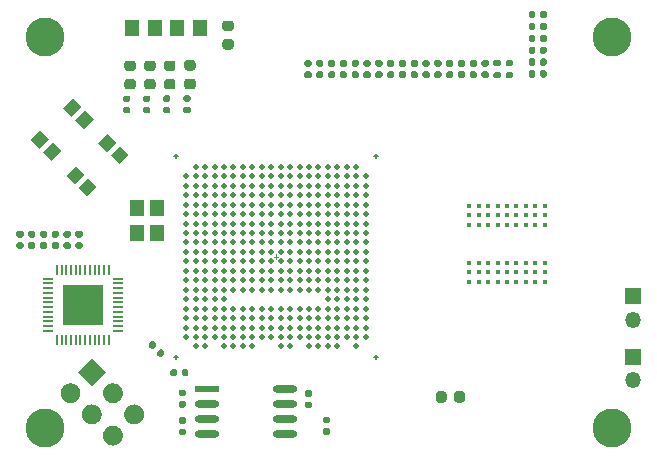
<source format=gts>
G04 #@! TF.GenerationSoftware,KiCad,Pcbnew,5.1.9+dfsg1-1~bpo10+1*
G04 #@! TF.CreationDate,2021-11-14T15:52:16+01:00*
G04 #@! TF.ProjectId,ulx4m,756c7834-6d2e-46b6-9963-61645f706362,v0.0.2*
G04 #@! TF.SameCoordinates,Original*
G04 #@! TF.FileFunction,Soldermask,Top*
G04 #@! TF.FilePolarity,Negative*
%FSLAX46Y46*%
G04 Gerber Fmt 4.6, Leading zero omitted, Abs format (unit mm)*
G04 Created by KiCad (PCBNEW 5.1.9+dfsg1-1~bpo10+1) date 2021-11-14 15:52:16*
%MOMM*%
%LPD*%
G01*
G04 APERTURE LIST*
%ADD10C,0.120000*%
%ADD11C,0.400000*%
%ADD12C,3.300000*%
%ADD13C,0.500000*%
%ADD14O,0.127000X0.508000*%
%ADD15O,0.508000X0.127000*%
%ADD16R,2.100000X0.600000*%
%ADD17O,2.100000X0.600000*%
%ADD18R,1.295000X1.400000*%
%ADD19R,1.200000X1.400000*%
%ADD20C,0.100000*%
%ADD21O,1.350000X1.350000*%
%ADD22R,1.350000X1.350000*%
%ADD23R,0.850000X0.200000*%
%ADD24R,0.200000X0.850000*%
%ADD25R,3.400000X3.400000*%
G04 APERTURE END LIST*
D10*
X117210000Y-94050000D02*
X117210000Y-94450000D01*
X117010000Y-94250000D02*
X117410000Y-94250000D01*
G36*
G01*
X121330000Y-108760000D02*
X121670000Y-108760000D01*
G75*
G02*
X121810000Y-108900000I0J-140000D01*
G01*
X121810000Y-109180000D01*
G75*
G02*
X121670000Y-109320000I-140000J0D01*
G01*
X121330000Y-109320000D01*
G75*
G02*
X121190000Y-109180000I0J140000D01*
G01*
X121190000Y-108900000D01*
G75*
G02*
X121330000Y-108760000I140000J0D01*
G01*
G37*
G36*
G01*
X121330000Y-107800000D02*
X121670000Y-107800000D01*
G75*
G02*
X121810000Y-107940000I0J-140000D01*
G01*
X121810000Y-108220000D01*
G75*
G02*
X121670000Y-108360000I-140000J0D01*
G01*
X121330000Y-108360000D01*
G75*
G02*
X121190000Y-108220000I0J140000D01*
G01*
X121190000Y-107940000D01*
G75*
G02*
X121330000Y-107800000I140000J0D01*
G01*
G37*
D11*
X139970000Y-89955001D03*
X139170000Y-89955001D03*
X138370000Y-89955001D03*
X137570000Y-89955001D03*
X136770000Y-89955001D03*
X136770000Y-90755001D03*
X136770000Y-91555001D03*
X136770000Y-94755001D03*
X136770000Y-95555001D03*
X136770000Y-96355001D03*
X137570000Y-96355001D03*
X138370000Y-96355001D03*
X139170000Y-96355001D03*
X139970000Y-96355001D03*
X139970000Y-91555001D03*
X139170000Y-91555001D03*
X139170000Y-94755001D03*
X139970000Y-94755001D03*
X139970000Y-90755001D03*
X139170000Y-90755001D03*
X138370000Y-90755001D03*
X137570000Y-90755001D03*
X137570000Y-91555001D03*
X138370000Y-91555001D03*
X138370000Y-94755001D03*
X137570000Y-94755001D03*
X137570000Y-95555001D03*
X138370000Y-95555001D03*
X139170000Y-95555001D03*
X139970000Y-95555001D03*
X135970000Y-89955001D03*
X135970000Y-90755001D03*
X135970000Y-91555001D03*
X135970000Y-94755001D03*
X135970000Y-95555001D03*
X135970000Y-96355001D03*
X135170000Y-89955001D03*
X135170000Y-90755001D03*
X135170000Y-91555001D03*
X135170000Y-94755001D03*
X135170000Y-95555001D03*
X135170000Y-96355001D03*
X134370000Y-89955001D03*
X134370000Y-90755001D03*
X134370000Y-91555001D03*
X134370000Y-94755001D03*
X134370000Y-95555001D03*
X134370000Y-96355001D03*
X133570000Y-89955001D03*
X133570000Y-90755001D03*
X133570000Y-91555001D03*
X133570000Y-94755001D03*
X133570000Y-95555001D03*
X133570000Y-96355001D03*
D12*
X97620000Y-75644999D03*
X145620000Y-75645000D03*
X145620000Y-108720000D03*
X97619999Y-108723599D03*
D13*
X124010000Y-101850000D03*
X122410000Y-101850000D03*
X121610000Y-101850000D03*
X120810000Y-101850000D03*
X120010000Y-101850000D03*
X118410000Y-101850000D03*
X117610000Y-101850000D03*
X115210000Y-101850000D03*
X114410000Y-101850000D03*
X113610000Y-101850000D03*
X112810000Y-101850000D03*
X111210000Y-101850000D03*
X110410000Y-101850000D03*
X124810000Y-101050000D03*
X124010000Y-101050000D03*
X123210000Y-101050000D03*
X122410000Y-101050000D03*
X121610000Y-101050000D03*
X120810000Y-101050000D03*
X120010000Y-101050000D03*
X119210000Y-101050000D03*
X118410000Y-101050000D03*
X117610000Y-101050000D03*
X116810000Y-101050000D03*
X116010000Y-101050000D03*
X115210000Y-101050000D03*
X114410000Y-101050000D03*
X113610000Y-101050000D03*
X112810000Y-101050000D03*
X112010000Y-101050000D03*
X111210000Y-101050000D03*
X110410000Y-101050000D03*
X109610000Y-101050000D03*
X124810000Y-100250000D03*
X124010000Y-100250000D03*
X123210000Y-100250000D03*
X122410000Y-100250000D03*
X121610000Y-100250000D03*
X120810000Y-100250000D03*
X120010000Y-100250000D03*
X119210000Y-100250000D03*
X118410000Y-100250000D03*
X117610000Y-100250000D03*
X116810000Y-100250000D03*
X116010000Y-100250000D03*
X115210000Y-100250000D03*
X114410000Y-100250000D03*
X113610000Y-100250000D03*
X112810000Y-100250000D03*
X112010000Y-100250000D03*
X111210000Y-100250000D03*
X110410000Y-100250000D03*
X109610000Y-100250000D03*
X124810000Y-99450000D03*
X124010000Y-99450000D03*
X123210000Y-99450000D03*
X122410000Y-99450000D03*
X121610000Y-99450000D03*
X120810000Y-99450000D03*
X120010000Y-99450000D03*
X119210000Y-99450000D03*
X118410000Y-99450000D03*
X117610000Y-99450000D03*
X116810000Y-99450000D03*
X116010000Y-99450000D03*
X115210000Y-99450000D03*
X114410000Y-99450000D03*
X113610000Y-99450000D03*
X112810000Y-99450000D03*
X112010000Y-99450000D03*
X111210000Y-99450000D03*
X110410000Y-99450000D03*
X109610000Y-99450000D03*
X124810000Y-98650000D03*
X124010000Y-98650000D03*
X123210000Y-98650000D03*
X122410000Y-98650000D03*
X121610000Y-98650000D03*
X120810000Y-98650000D03*
X120010000Y-98650000D03*
X119210000Y-98650000D03*
X118410000Y-98650000D03*
X117610000Y-98650000D03*
X116810000Y-98650000D03*
X116010000Y-98650000D03*
X115210000Y-98650000D03*
X114410000Y-98650000D03*
X113610000Y-98650000D03*
X112810000Y-98650000D03*
X112010000Y-98650000D03*
X111210000Y-98650000D03*
X110410000Y-98650000D03*
X109610000Y-98650000D03*
X124810000Y-97850000D03*
X124010000Y-97850000D03*
X123210000Y-97850000D03*
X122410000Y-97850000D03*
X121610000Y-97850000D03*
X112810000Y-97850000D03*
X112010000Y-97850000D03*
X111210000Y-97850000D03*
X110410000Y-97850000D03*
X109610000Y-97850000D03*
X124810000Y-97050000D03*
X124010000Y-97050000D03*
X123210000Y-97050000D03*
X122410000Y-97050000D03*
X121610000Y-97050000D03*
X120810000Y-97050000D03*
X120010000Y-97050000D03*
X119210000Y-97050000D03*
X118410000Y-97050000D03*
X117610000Y-97050000D03*
X116810000Y-97050000D03*
X116010000Y-97050000D03*
X115210000Y-97050000D03*
X114410000Y-97050000D03*
X113610000Y-97050000D03*
X112810000Y-97050000D03*
X112010000Y-97050000D03*
X111210000Y-97050000D03*
X110410000Y-97050000D03*
X109610000Y-97050000D03*
X124810000Y-96250000D03*
X124010000Y-96250000D03*
X123210000Y-96250000D03*
X122410000Y-96250000D03*
X121610000Y-96250000D03*
X120810000Y-96250000D03*
X120010000Y-96250000D03*
X119210000Y-96250000D03*
X118410000Y-96250000D03*
X117610000Y-96250000D03*
X116810000Y-96250000D03*
X116010000Y-96250000D03*
X115210000Y-96250000D03*
X114410000Y-96250000D03*
X113610000Y-96250000D03*
X112810000Y-96250000D03*
X112010000Y-96250000D03*
X111210000Y-96250000D03*
X110410000Y-96250000D03*
X109610000Y-96250000D03*
X124810000Y-95450000D03*
X124010000Y-95450000D03*
X123210000Y-95450000D03*
X122410000Y-95450000D03*
X121610000Y-95450000D03*
X120810000Y-95450000D03*
X120010000Y-95450000D03*
X119210000Y-95450000D03*
X118410000Y-95450000D03*
X117610000Y-95450000D03*
X116810000Y-95450000D03*
X116010000Y-95450000D03*
X115210000Y-95450000D03*
X114410000Y-95450000D03*
X113610000Y-95450000D03*
X112810000Y-95450000D03*
X112010000Y-95450000D03*
X111210000Y-95450000D03*
X110410000Y-95450000D03*
X109610000Y-95450000D03*
X124810000Y-94650000D03*
X124010000Y-94650000D03*
X123210000Y-94650000D03*
X122410000Y-94650000D03*
X121610000Y-94650000D03*
X120810000Y-94650000D03*
X120010000Y-94650000D03*
X119210000Y-94650000D03*
X118410000Y-94650000D03*
X117610000Y-94650000D03*
X116810000Y-94650000D03*
X116010000Y-94650000D03*
X115210000Y-94650000D03*
X114410000Y-94650000D03*
X113610000Y-94650000D03*
X112810000Y-94650000D03*
X112010000Y-94650000D03*
X111210000Y-94650000D03*
X110410000Y-94650000D03*
X109610000Y-94650000D03*
X124810000Y-93850000D03*
X124010000Y-93850000D03*
X123210000Y-93850000D03*
X122410000Y-93850000D03*
X121610000Y-93850000D03*
X120810000Y-93850000D03*
X120010000Y-93850000D03*
X119210000Y-93850000D03*
X118410000Y-93850000D03*
X117610000Y-93850000D03*
X116810000Y-93850000D03*
X116010000Y-93850000D03*
X115210000Y-93850000D03*
X114410000Y-93850000D03*
X113610000Y-93850000D03*
X112810000Y-93850000D03*
X112010000Y-93850000D03*
X111210000Y-93850000D03*
X110410000Y-93850000D03*
X109610000Y-93850000D03*
X124810000Y-93050000D03*
X124010000Y-93050000D03*
X123210000Y-93050000D03*
X122410000Y-93050000D03*
X121610000Y-93050000D03*
X120810000Y-93050000D03*
X120010000Y-93050000D03*
X119210000Y-93050000D03*
X118410000Y-93050000D03*
X117610000Y-93050000D03*
X116810000Y-93050000D03*
X116010000Y-93050000D03*
X115210000Y-93050000D03*
X114410000Y-93050000D03*
X113610000Y-93050000D03*
X112810000Y-93050000D03*
X112010000Y-93050000D03*
X111210000Y-93050000D03*
X110410000Y-93050000D03*
X109610000Y-93050000D03*
X124810000Y-92250000D03*
X124010000Y-92250000D03*
X123210000Y-92250000D03*
X122410000Y-92250000D03*
X121610000Y-92250000D03*
X120810000Y-92250000D03*
X120010000Y-92250000D03*
X119210000Y-92250000D03*
X118410000Y-92250000D03*
X117610000Y-92250000D03*
X116810000Y-92250000D03*
X116010000Y-92250000D03*
X115210000Y-92250000D03*
X114410000Y-92250000D03*
X113610000Y-92250000D03*
X112810000Y-92250000D03*
X112010000Y-92250000D03*
X111210000Y-92250000D03*
X110410000Y-92250000D03*
X109610000Y-92250000D03*
X124810000Y-91450000D03*
X124010000Y-91450000D03*
X123210000Y-91450000D03*
X122410000Y-91450000D03*
X121610000Y-91450000D03*
X120810000Y-91450000D03*
X120010000Y-91450000D03*
X119210000Y-91450000D03*
X118410000Y-91450000D03*
X117610000Y-91450000D03*
X116810000Y-91450000D03*
X116010000Y-91450000D03*
X115210000Y-91450000D03*
X114410000Y-91450000D03*
X113610000Y-91450000D03*
X112810000Y-91450000D03*
X112010000Y-91450000D03*
X111210000Y-91450000D03*
X110410000Y-91450000D03*
X109610000Y-91450000D03*
X124810000Y-90650000D03*
X124010000Y-90650000D03*
X123210000Y-90650000D03*
X122410000Y-90650000D03*
X121610000Y-90650000D03*
X120810000Y-90650000D03*
X120010000Y-90650000D03*
X119210000Y-90650000D03*
X118410000Y-90650000D03*
X117610000Y-90650000D03*
X116810000Y-90650000D03*
X116010000Y-90650000D03*
X115210000Y-90650000D03*
X114410000Y-90650000D03*
X113610000Y-90650000D03*
X112810000Y-90650000D03*
X112010000Y-90650000D03*
X111210000Y-90650000D03*
X110410000Y-90650000D03*
X109610000Y-90650000D03*
X124810000Y-89850000D03*
X124010000Y-89850000D03*
X123210000Y-89850000D03*
X122410000Y-89850000D03*
X121610000Y-89850000D03*
X120810000Y-89850000D03*
X120010000Y-89850000D03*
X119210000Y-89850000D03*
X118410000Y-89850000D03*
X117610000Y-89850000D03*
X116810000Y-89850000D03*
X116010000Y-89850000D03*
X115210000Y-89850000D03*
X114410000Y-89850000D03*
X113610000Y-89850000D03*
X112810000Y-89850000D03*
X112010000Y-89850000D03*
X111210000Y-89850000D03*
X110410000Y-89850000D03*
X109610000Y-89850000D03*
X124810000Y-89050000D03*
X124010000Y-89050000D03*
X123210000Y-89050000D03*
X122410000Y-89050000D03*
X121610000Y-89050000D03*
X120810000Y-89050000D03*
X120010000Y-89050000D03*
X119210000Y-89050000D03*
X118410000Y-89050000D03*
X117610000Y-89050000D03*
X116810000Y-89050000D03*
X116010000Y-89050000D03*
X115210000Y-89050000D03*
X114410000Y-89050000D03*
X113610000Y-89050000D03*
X112810000Y-89050000D03*
X112010000Y-89050000D03*
X111210000Y-89050000D03*
X110410000Y-89050000D03*
X109610000Y-89050000D03*
X124810000Y-88250000D03*
X124010000Y-88250000D03*
X123210000Y-88250000D03*
X122410000Y-88250000D03*
X121610000Y-88250000D03*
X120810000Y-88250000D03*
X120010000Y-88250000D03*
X119210000Y-88250000D03*
X118410000Y-88250000D03*
X117610000Y-88250000D03*
X116810000Y-88250000D03*
X116010000Y-88250000D03*
X115210000Y-88250000D03*
X114410000Y-88250000D03*
X113610000Y-88250000D03*
X112810000Y-88250000D03*
X112010000Y-88250000D03*
X111210000Y-88250000D03*
X110410000Y-88250000D03*
X109610000Y-88250000D03*
X124810000Y-87450000D03*
X124010000Y-87450000D03*
X123210000Y-87450000D03*
X122410000Y-87450000D03*
X121610000Y-87450000D03*
X120810000Y-87450000D03*
X120010000Y-87450000D03*
X119210000Y-87450000D03*
X118410000Y-87450000D03*
X117610000Y-87450000D03*
X116810000Y-87450000D03*
X116010000Y-87450000D03*
X115210000Y-87450000D03*
X114410000Y-87450000D03*
X113610000Y-87450000D03*
X112810000Y-87450000D03*
X112010000Y-87450000D03*
X111210000Y-87450000D03*
X110410000Y-87450000D03*
X109610000Y-87450000D03*
X124010000Y-86650000D03*
X123210000Y-86650000D03*
X122410000Y-86650000D03*
X121610000Y-86650000D03*
X120810000Y-86650000D03*
X120010000Y-86650000D03*
X119210000Y-86650000D03*
X118410000Y-86650000D03*
X117610000Y-86650000D03*
X116810000Y-86650000D03*
X116010000Y-86650000D03*
X115210000Y-86650000D03*
X114410000Y-86650000D03*
X113610000Y-86650000D03*
X112810000Y-86650000D03*
X112010000Y-86650000D03*
X111210000Y-86650000D03*
X110410000Y-86650000D03*
D14*
X125710000Y-85750000D03*
D15*
X125710000Y-85750000D03*
D14*
X108710000Y-102750000D03*
D15*
X108710000Y-102750000D03*
X125710000Y-102750000D03*
D14*
X125710000Y-102750000D03*
X108710000Y-85750000D03*
D15*
X108710000Y-85750000D03*
G36*
G01*
X113406250Y-75140000D02*
X112893750Y-75140000D01*
G75*
G02*
X112675000Y-74921250I0J218750D01*
G01*
X112675000Y-74483750D01*
G75*
G02*
X112893750Y-74265000I218750J0D01*
G01*
X113406250Y-74265000D01*
G75*
G02*
X113625000Y-74483750I0J-218750D01*
G01*
X113625000Y-74921250D01*
G75*
G02*
X113406250Y-75140000I-218750J0D01*
G01*
G37*
G36*
G01*
X113406250Y-76715000D02*
X112893750Y-76715000D01*
G75*
G02*
X112675000Y-76496250I0J218750D01*
G01*
X112675000Y-76058750D01*
G75*
G02*
X112893750Y-75840000I218750J0D01*
G01*
X113406250Y-75840000D01*
G75*
G02*
X113625000Y-76058750I0J-218750D01*
G01*
X113625000Y-76496250D01*
G75*
G02*
X113406250Y-76715000I-218750J0D01*
G01*
G37*
D16*
X111401000Y-105450001D03*
D17*
X111401000Y-106720001D03*
X111401000Y-107990001D03*
X111401000Y-109260001D03*
X118005000Y-109260001D03*
X118005000Y-107990001D03*
X118005000Y-106720001D03*
X118005000Y-105450001D03*
D18*
X106947500Y-74920000D03*
X105012500Y-74920000D03*
X108819500Y-74911000D03*
X110754500Y-74911000D03*
G36*
G01*
X130750000Y-106380000D02*
X130750000Y-105880000D01*
G75*
G02*
X130975000Y-105655000I225000J0D01*
G01*
X131425000Y-105655000D01*
G75*
G02*
X131650000Y-105880000I0J-225000D01*
G01*
X131650000Y-106380000D01*
G75*
G02*
X131425000Y-106605000I-225000J0D01*
G01*
X130975000Y-106605000D01*
G75*
G02*
X130750000Y-106380000I0J225000D01*
G01*
G37*
G36*
G01*
X132300000Y-106380000D02*
X132300000Y-105880000D01*
G75*
G02*
X132525000Y-105655000I225000J0D01*
G01*
X132975000Y-105655000D01*
G75*
G02*
X133200000Y-105880000I0J-225000D01*
G01*
X133200000Y-106380000D01*
G75*
G02*
X132975000Y-106605000I-225000J0D01*
G01*
X132525000Y-106605000D01*
G75*
G02*
X132300000Y-106380000I0J225000D01*
G01*
G37*
G36*
G01*
X109673751Y-77620000D02*
X110186251Y-77620000D01*
G75*
G02*
X110405001Y-77838750I0J-218750D01*
G01*
X110405001Y-78276250D01*
G75*
G02*
X110186251Y-78495000I-218750J0D01*
G01*
X109673751Y-78495000D01*
G75*
G02*
X109455001Y-78276250I0J218750D01*
G01*
X109455001Y-77838750D01*
G75*
G02*
X109673751Y-77620000I218750J0D01*
G01*
G37*
G36*
G01*
X109673751Y-79195000D02*
X110186251Y-79195000D01*
G75*
G02*
X110405001Y-79413750I0J-218750D01*
G01*
X110405001Y-79851250D01*
G75*
G02*
X110186251Y-80070000I-218750J0D01*
G01*
X109673751Y-80070000D01*
G75*
G02*
X109455001Y-79851250I0J218750D01*
G01*
X109455001Y-79413750D01*
G75*
G02*
X109673751Y-79195000I218750J0D01*
G01*
G37*
G36*
G01*
X107963750Y-79220000D02*
X108476250Y-79220000D01*
G75*
G02*
X108695000Y-79438750I0J-218750D01*
G01*
X108695000Y-79876250D01*
G75*
G02*
X108476250Y-80095000I-218750J0D01*
G01*
X107963750Y-80095000D01*
G75*
G02*
X107745000Y-79876250I0J218750D01*
G01*
X107745000Y-79438750D01*
G75*
G02*
X107963750Y-79220000I218750J0D01*
G01*
G37*
G36*
G01*
X107963750Y-77645000D02*
X108476250Y-77645000D01*
G75*
G02*
X108695000Y-77863750I0J-218750D01*
G01*
X108695000Y-78301250D01*
G75*
G02*
X108476250Y-78520000I-218750J0D01*
G01*
X107963750Y-78520000D01*
G75*
G02*
X107745000Y-78301250I0J218750D01*
G01*
X107745000Y-77863750D01*
G75*
G02*
X107963750Y-77645000I218750J0D01*
G01*
G37*
G36*
G01*
X106283750Y-77645001D02*
X106796250Y-77645001D01*
G75*
G02*
X107015000Y-77863751I0J-218750D01*
G01*
X107015000Y-78301251D01*
G75*
G02*
X106796250Y-78520001I-218750J0D01*
G01*
X106283750Y-78520001D01*
G75*
G02*
X106065000Y-78301251I0J218750D01*
G01*
X106065000Y-77863751D01*
G75*
G02*
X106283750Y-77645001I218750J0D01*
G01*
G37*
G36*
G01*
X106283750Y-79220001D02*
X106796250Y-79220001D01*
G75*
G02*
X107015000Y-79438751I0J-218750D01*
G01*
X107015000Y-79876251D01*
G75*
G02*
X106796250Y-80095001I-218750J0D01*
G01*
X106283750Y-80095001D01*
G75*
G02*
X106065000Y-79876251I0J218750D01*
G01*
X106065000Y-79438751D01*
G75*
G02*
X106283750Y-79220001I218750J0D01*
G01*
G37*
G36*
G01*
X104603750Y-79220000D02*
X105116250Y-79220000D01*
G75*
G02*
X105335000Y-79438750I0J-218750D01*
G01*
X105335000Y-79876250D01*
G75*
G02*
X105116250Y-80095000I-218750J0D01*
G01*
X104603750Y-80095000D01*
G75*
G02*
X104385000Y-79876250I0J218750D01*
G01*
X104385000Y-79438750D01*
G75*
G02*
X104603750Y-79220000I218750J0D01*
G01*
G37*
G36*
G01*
X104603750Y-77645000D02*
X105116250Y-77645000D01*
G75*
G02*
X105335000Y-77863750I0J-218750D01*
G01*
X105335000Y-78301250D01*
G75*
G02*
X105116250Y-78520000I-218750J0D01*
G01*
X104603750Y-78520000D01*
G75*
G02*
X104385000Y-78301250I0J218750D01*
G01*
X104385000Y-77863750D01*
G75*
G02*
X104603750Y-77645000I218750J0D01*
G01*
G37*
G36*
G01*
X109475999Y-108415000D02*
X109135999Y-108415000D01*
G75*
G02*
X108995999Y-108275000I0J140000D01*
G01*
X108995999Y-107995000D01*
G75*
G02*
X109135999Y-107855000I140000J0D01*
G01*
X109475999Y-107855000D01*
G75*
G02*
X109615999Y-107995000I0J-140000D01*
G01*
X109615999Y-108275000D01*
G75*
G02*
X109475999Y-108415000I-140000J0D01*
G01*
G37*
G36*
G01*
X109475999Y-109375000D02*
X109135999Y-109375000D01*
G75*
G02*
X108995999Y-109235000I0J140000D01*
G01*
X108995999Y-108955000D01*
G75*
G02*
X109135999Y-108815000I140000J0D01*
G01*
X109475999Y-108815000D01*
G75*
G02*
X109615999Y-108955000I0J-140000D01*
G01*
X109615999Y-109235000D01*
G75*
G02*
X109475999Y-109375000I-140000J0D01*
G01*
G37*
G36*
G01*
X109800000Y-103910000D02*
X109800000Y-104250000D01*
G75*
G02*
X109660000Y-104390000I-140000J0D01*
G01*
X109380000Y-104390000D01*
G75*
G02*
X109240000Y-104250000I0J140000D01*
G01*
X109240000Y-103910000D01*
G75*
G02*
X109380000Y-103770000I140000J0D01*
G01*
X109660000Y-103770000D01*
G75*
G02*
X109800000Y-103910000I0J-140000D01*
G01*
G37*
G36*
G01*
X108840000Y-103910000D02*
X108840000Y-104250000D01*
G75*
G02*
X108700000Y-104390000I-140000J0D01*
G01*
X108420000Y-104390000D01*
G75*
G02*
X108280000Y-104250000I0J140000D01*
G01*
X108280000Y-103910000D01*
G75*
G02*
X108420000Y-103770000I140000J0D01*
G01*
X108700000Y-103770000D01*
G75*
G02*
X108840000Y-103910000I0J-140000D01*
G01*
G37*
G36*
G01*
X109111000Y-106465000D02*
X109451000Y-106465000D01*
G75*
G02*
X109591000Y-106605000I0J-140000D01*
G01*
X109591000Y-106885000D01*
G75*
G02*
X109451000Y-107025000I-140000J0D01*
G01*
X109111000Y-107025000D01*
G75*
G02*
X108971000Y-106885000I0J140000D01*
G01*
X108971000Y-106605000D01*
G75*
G02*
X109111000Y-106465000I140000J0D01*
G01*
G37*
G36*
G01*
X109111000Y-105505000D02*
X109451000Y-105505000D01*
G75*
G02*
X109591000Y-105645000I0J-140000D01*
G01*
X109591000Y-105925000D01*
G75*
G02*
X109451000Y-106065000I-140000J0D01*
G01*
X109111000Y-106065000D01*
G75*
G02*
X108971000Y-105925000I0J140000D01*
G01*
X108971000Y-105645000D01*
G75*
G02*
X109111000Y-105505000I140000J0D01*
G01*
G37*
G36*
G01*
X119786000Y-105555001D02*
X120126000Y-105555001D01*
G75*
G02*
X120266000Y-105695001I0J-140000D01*
G01*
X120266000Y-105975001D01*
G75*
G02*
X120126000Y-106115001I-140000J0D01*
G01*
X119786000Y-106115001D01*
G75*
G02*
X119646000Y-105975001I0J140000D01*
G01*
X119646000Y-105695001D01*
G75*
G02*
X119786000Y-105555001I140000J0D01*
G01*
G37*
G36*
G01*
X119786000Y-106515001D02*
X120126000Y-106515001D01*
G75*
G02*
X120266000Y-106655001I0J-140000D01*
G01*
X120266000Y-106935001D01*
G75*
G02*
X120126000Y-107075001I-140000J0D01*
G01*
X119786000Y-107075001D01*
G75*
G02*
X119646000Y-106935001I0J140000D01*
G01*
X119646000Y-106655001D01*
G75*
G02*
X119786000Y-106515001I140000J0D01*
G01*
G37*
G36*
G01*
X107747609Y-102507193D02*
X107507193Y-102747609D01*
G75*
G02*
X107309203Y-102747609I-98995J98995D01*
G01*
X107111213Y-102549619D01*
G75*
G02*
X107111213Y-102351629I98995J98995D01*
G01*
X107351629Y-102111213D01*
G75*
G02*
X107549619Y-102111213I98995J-98995D01*
G01*
X107747609Y-102309203D01*
G75*
G02*
X107747609Y-102507193I-98995J-98995D01*
G01*
G37*
G36*
G01*
X107068787Y-101828371D02*
X106828371Y-102068787D01*
G75*
G02*
X106630381Y-102068787I-98995J98995D01*
G01*
X106432391Y-101870797D01*
G75*
G02*
X106432391Y-101672807I98995J98995D01*
G01*
X106672807Y-101432391D01*
G75*
G02*
X106870797Y-101432391I98995J-98995D01*
G01*
X107068787Y-101630381D01*
G75*
G02*
X107068787Y-101828371I-98995J-98995D01*
G01*
G37*
G36*
G01*
X109850000Y-82110000D02*
X109510000Y-82110000D01*
G75*
G02*
X109370000Y-81970000I0J140000D01*
G01*
X109370000Y-81690000D01*
G75*
G02*
X109510000Y-81550000I140000J0D01*
G01*
X109850000Y-81550000D01*
G75*
G02*
X109990000Y-81690000I0J-140000D01*
G01*
X109990000Y-81970000D01*
G75*
G02*
X109850000Y-82110000I-140000J0D01*
G01*
G37*
G36*
G01*
X109850000Y-81150000D02*
X109510000Y-81150000D01*
G75*
G02*
X109370000Y-81010000I0J140000D01*
G01*
X109370000Y-80730000D01*
G75*
G02*
X109510000Y-80590000I140000J0D01*
G01*
X109850000Y-80590000D01*
G75*
G02*
X109990000Y-80730000I0J-140000D01*
G01*
X109990000Y-81010000D01*
G75*
G02*
X109850000Y-81150000I-140000J0D01*
G01*
G37*
G36*
G01*
X108130000Y-81160000D02*
X107790000Y-81160000D01*
G75*
G02*
X107650000Y-81020000I0J140000D01*
G01*
X107650000Y-80740000D01*
G75*
G02*
X107790000Y-80600000I140000J0D01*
G01*
X108130000Y-80600000D01*
G75*
G02*
X108270000Y-80740000I0J-140000D01*
G01*
X108270000Y-81020000D01*
G75*
G02*
X108130000Y-81160000I-140000J0D01*
G01*
G37*
G36*
G01*
X108130000Y-82120000D02*
X107790000Y-82120000D01*
G75*
G02*
X107650000Y-81980000I0J140000D01*
G01*
X107650000Y-81700000D01*
G75*
G02*
X107790000Y-81560000I140000J0D01*
G01*
X108130000Y-81560000D01*
G75*
G02*
X108270000Y-81700000I0J-140000D01*
G01*
X108270000Y-81980000D01*
G75*
G02*
X108130000Y-82120000I-140000J0D01*
G01*
G37*
G36*
G01*
X106430000Y-82129999D02*
X106090000Y-82129999D01*
G75*
G02*
X105950000Y-81989999I0J140000D01*
G01*
X105950000Y-81709999D01*
G75*
G02*
X106090000Y-81569999I140000J0D01*
G01*
X106430000Y-81569999D01*
G75*
G02*
X106570000Y-81709999I0J-140000D01*
G01*
X106570000Y-81989999D01*
G75*
G02*
X106430000Y-82129999I-140000J0D01*
G01*
G37*
G36*
G01*
X106430000Y-81169999D02*
X106090000Y-81169999D01*
G75*
G02*
X105950000Y-81029999I0J140000D01*
G01*
X105950000Y-80749999D01*
G75*
G02*
X106090000Y-80609999I140000J0D01*
G01*
X106430000Y-80609999D01*
G75*
G02*
X106570000Y-80749999I0J-140000D01*
G01*
X106570000Y-81029999D01*
G75*
G02*
X106430000Y-81169999I-140000J0D01*
G01*
G37*
G36*
G01*
X104735000Y-82130000D02*
X104395000Y-82130000D01*
G75*
G02*
X104255000Y-81990000I0J140000D01*
G01*
X104255000Y-81710000D01*
G75*
G02*
X104395000Y-81570000I140000J0D01*
G01*
X104735000Y-81570000D01*
G75*
G02*
X104875000Y-81710000I0J-140000D01*
G01*
X104875000Y-81990000D01*
G75*
G02*
X104735000Y-82130000I-140000J0D01*
G01*
G37*
G36*
G01*
X104735000Y-81170000D02*
X104395000Y-81170000D01*
G75*
G02*
X104255000Y-81030000I0J140000D01*
G01*
X104255000Y-80750000D01*
G75*
G02*
X104395000Y-80610000I140000J0D01*
G01*
X104735000Y-80610000D01*
G75*
G02*
X104875000Y-80750000I0J-140000D01*
G01*
X104875000Y-81030000D01*
G75*
G02*
X104735000Y-81170000I-140000J0D01*
G01*
G37*
D19*
X105410000Y-90090000D03*
X105410000Y-92290000D03*
X107110000Y-92290000D03*
X107110000Y-90090000D03*
G36*
G01*
X128090000Y-78170000D02*
X127750000Y-78170000D01*
G75*
G02*
X127610000Y-78030000I0J140000D01*
G01*
X127610000Y-77750000D01*
G75*
G02*
X127750000Y-77610000I140000J0D01*
G01*
X128090000Y-77610000D01*
G75*
G02*
X128230000Y-77750000I0J-140000D01*
G01*
X128230000Y-78030000D01*
G75*
G02*
X128090000Y-78170000I-140000J0D01*
G01*
G37*
G36*
G01*
X128090000Y-79130000D02*
X127750000Y-79130000D01*
G75*
G02*
X127610000Y-78990000I0J140000D01*
G01*
X127610000Y-78710000D01*
G75*
G02*
X127750000Y-78570000I140000J0D01*
G01*
X128090000Y-78570000D01*
G75*
G02*
X128230000Y-78710000I0J-140000D01*
G01*
X128230000Y-78990000D01*
G75*
G02*
X128090000Y-79130000I-140000J0D01*
G01*
G37*
G36*
G01*
X129090000Y-79130000D02*
X128750000Y-79130000D01*
G75*
G02*
X128610000Y-78990000I0J140000D01*
G01*
X128610000Y-78710000D01*
G75*
G02*
X128750000Y-78570000I140000J0D01*
G01*
X129090000Y-78570000D01*
G75*
G02*
X129230000Y-78710000I0J-140000D01*
G01*
X129230000Y-78990000D01*
G75*
G02*
X129090000Y-79130000I-140000J0D01*
G01*
G37*
G36*
G01*
X129090000Y-78170000D02*
X128750000Y-78170000D01*
G75*
G02*
X128610000Y-78030000I0J140000D01*
G01*
X128610000Y-77750000D01*
G75*
G02*
X128750000Y-77610000I140000J0D01*
G01*
X129090000Y-77610000D01*
G75*
G02*
X129230000Y-77750000I0J-140000D01*
G01*
X129230000Y-78030000D01*
G75*
G02*
X129090000Y-78170000I-140000J0D01*
G01*
G37*
G36*
G01*
X130090000Y-78170000D02*
X129750000Y-78170000D01*
G75*
G02*
X129610000Y-78030000I0J140000D01*
G01*
X129610000Y-77750000D01*
G75*
G02*
X129750000Y-77610000I140000J0D01*
G01*
X130090000Y-77610000D01*
G75*
G02*
X130230000Y-77750000I0J-140000D01*
G01*
X130230000Y-78030000D01*
G75*
G02*
X130090000Y-78170000I-140000J0D01*
G01*
G37*
G36*
G01*
X130090000Y-79130000D02*
X129750000Y-79130000D01*
G75*
G02*
X129610000Y-78990000I0J140000D01*
G01*
X129610000Y-78710000D01*
G75*
G02*
X129750000Y-78570000I140000J0D01*
G01*
X130090000Y-78570000D01*
G75*
G02*
X130230000Y-78710000I0J-140000D01*
G01*
X130230000Y-78990000D01*
G75*
G02*
X130090000Y-79130000I-140000J0D01*
G01*
G37*
G36*
G01*
X131090000Y-79130000D02*
X130750000Y-79130000D01*
G75*
G02*
X130610000Y-78990000I0J140000D01*
G01*
X130610000Y-78710000D01*
G75*
G02*
X130750000Y-78570000I140000J0D01*
G01*
X131090000Y-78570000D01*
G75*
G02*
X131230000Y-78710000I0J-140000D01*
G01*
X131230000Y-78990000D01*
G75*
G02*
X131090000Y-79130000I-140000J0D01*
G01*
G37*
G36*
G01*
X131090000Y-78170000D02*
X130750000Y-78170000D01*
G75*
G02*
X130610000Y-78030000I0J140000D01*
G01*
X130610000Y-77750000D01*
G75*
G02*
X130750000Y-77610000I140000J0D01*
G01*
X131090000Y-77610000D01*
G75*
G02*
X131230000Y-77750000I0J-140000D01*
G01*
X131230000Y-78030000D01*
G75*
G02*
X131090000Y-78170000I-140000J0D01*
G01*
G37*
G36*
G01*
X132090000Y-78170000D02*
X131750000Y-78170000D01*
G75*
G02*
X131610000Y-78030000I0J140000D01*
G01*
X131610000Y-77750000D01*
G75*
G02*
X131750000Y-77610000I140000J0D01*
G01*
X132090000Y-77610000D01*
G75*
G02*
X132230000Y-77750000I0J-140000D01*
G01*
X132230000Y-78030000D01*
G75*
G02*
X132090000Y-78170000I-140000J0D01*
G01*
G37*
G36*
G01*
X132090000Y-79130000D02*
X131750000Y-79130000D01*
G75*
G02*
X131610000Y-78990000I0J140000D01*
G01*
X131610000Y-78710000D01*
G75*
G02*
X131750000Y-78570000I140000J0D01*
G01*
X132090000Y-78570000D01*
G75*
G02*
X132230000Y-78710000I0J-140000D01*
G01*
X132230000Y-78990000D01*
G75*
G02*
X132090000Y-79130000I-140000J0D01*
G01*
G37*
G36*
G01*
X133090000Y-79130000D02*
X132750000Y-79130000D01*
G75*
G02*
X132610000Y-78990000I0J140000D01*
G01*
X132610000Y-78710000D01*
G75*
G02*
X132750000Y-78570000I140000J0D01*
G01*
X133090000Y-78570000D01*
G75*
G02*
X133230000Y-78710000I0J-140000D01*
G01*
X133230000Y-78990000D01*
G75*
G02*
X133090000Y-79130000I-140000J0D01*
G01*
G37*
G36*
G01*
X133090000Y-78170000D02*
X132750000Y-78170000D01*
G75*
G02*
X132610000Y-78030000I0J140000D01*
G01*
X132610000Y-77750000D01*
G75*
G02*
X132750000Y-77610000I140000J0D01*
G01*
X133090000Y-77610000D01*
G75*
G02*
X133230000Y-77750000I0J-140000D01*
G01*
X133230000Y-78030000D01*
G75*
G02*
X133090000Y-78170000I-140000J0D01*
G01*
G37*
G36*
G01*
X134090000Y-78170000D02*
X133750000Y-78170000D01*
G75*
G02*
X133610000Y-78030000I0J140000D01*
G01*
X133610000Y-77750000D01*
G75*
G02*
X133750000Y-77610000I140000J0D01*
G01*
X134090000Y-77610000D01*
G75*
G02*
X134230000Y-77750000I0J-140000D01*
G01*
X134230000Y-78030000D01*
G75*
G02*
X134090000Y-78170000I-140000J0D01*
G01*
G37*
G36*
G01*
X134090000Y-79130000D02*
X133750000Y-79130000D01*
G75*
G02*
X133610000Y-78990000I0J140000D01*
G01*
X133610000Y-78710000D01*
G75*
G02*
X133750000Y-78570000I140000J0D01*
G01*
X134090000Y-78570000D01*
G75*
G02*
X134230000Y-78710000I0J-140000D01*
G01*
X134230000Y-78990000D01*
G75*
G02*
X134090000Y-79130000I-140000J0D01*
G01*
G37*
G36*
G01*
X135090000Y-79130000D02*
X134750000Y-79130000D01*
G75*
G02*
X134610000Y-78990000I0J140000D01*
G01*
X134610000Y-78710000D01*
G75*
G02*
X134750000Y-78570000I140000J0D01*
G01*
X135090000Y-78570000D01*
G75*
G02*
X135230000Y-78710000I0J-140000D01*
G01*
X135230000Y-78990000D01*
G75*
G02*
X135090000Y-79130000I-140000J0D01*
G01*
G37*
G36*
G01*
X135090000Y-78170000D02*
X134750000Y-78170000D01*
G75*
G02*
X134610000Y-78030000I0J140000D01*
G01*
X134610000Y-77750000D01*
G75*
G02*
X134750000Y-77610000I140000J0D01*
G01*
X135090000Y-77610000D01*
G75*
G02*
X135230000Y-77750000I0J-140000D01*
G01*
X135230000Y-78030000D01*
G75*
G02*
X135090000Y-78170000I-140000J0D01*
G01*
G37*
G36*
G01*
X120090000Y-78170000D02*
X119750000Y-78170000D01*
G75*
G02*
X119610000Y-78030000I0J140000D01*
G01*
X119610000Y-77750000D01*
G75*
G02*
X119750000Y-77610000I140000J0D01*
G01*
X120090000Y-77610000D01*
G75*
G02*
X120230000Y-77750000I0J-140000D01*
G01*
X120230000Y-78030000D01*
G75*
G02*
X120090000Y-78170000I-140000J0D01*
G01*
G37*
G36*
G01*
X120090000Y-79130000D02*
X119750000Y-79130000D01*
G75*
G02*
X119610000Y-78990000I0J140000D01*
G01*
X119610000Y-78710000D01*
G75*
G02*
X119750000Y-78570000I140000J0D01*
G01*
X120090000Y-78570000D01*
G75*
G02*
X120230000Y-78710000I0J-140000D01*
G01*
X120230000Y-78990000D01*
G75*
G02*
X120090000Y-79130000I-140000J0D01*
G01*
G37*
G36*
G01*
X121090000Y-79130000D02*
X120750000Y-79130000D01*
G75*
G02*
X120610000Y-78990000I0J140000D01*
G01*
X120610000Y-78710000D01*
G75*
G02*
X120750000Y-78570000I140000J0D01*
G01*
X121090000Y-78570000D01*
G75*
G02*
X121230000Y-78710000I0J-140000D01*
G01*
X121230000Y-78990000D01*
G75*
G02*
X121090000Y-79130000I-140000J0D01*
G01*
G37*
G36*
G01*
X121090000Y-78170000D02*
X120750000Y-78170000D01*
G75*
G02*
X120610000Y-78030000I0J140000D01*
G01*
X120610000Y-77750000D01*
G75*
G02*
X120750000Y-77610000I140000J0D01*
G01*
X121090000Y-77610000D01*
G75*
G02*
X121230000Y-77750000I0J-140000D01*
G01*
X121230000Y-78030000D01*
G75*
G02*
X121090000Y-78170000I-140000J0D01*
G01*
G37*
G36*
G01*
X122090000Y-78170000D02*
X121750000Y-78170000D01*
G75*
G02*
X121610000Y-78030000I0J140000D01*
G01*
X121610000Y-77750000D01*
G75*
G02*
X121750000Y-77610000I140000J0D01*
G01*
X122090000Y-77610000D01*
G75*
G02*
X122230000Y-77750000I0J-140000D01*
G01*
X122230000Y-78030000D01*
G75*
G02*
X122090000Y-78170000I-140000J0D01*
G01*
G37*
G36*
G01*
X122090000Y-79130000D02*
X121750000Y-79130000D01*
G75*
G02*
X121610000Y-78990000I0J140000D01*
G01*
X121610000Y-78710000D01*
G75*
G02*
X121750000Y-78570000I140000J0D01*
G01*
X122090000Y-78570000D01*
G75*
G02*
X122230000Y-78710000I0J-140000D01*
G01*
X122230000Y-78990000D01*
G75*
G02*
X122090000Y-79130000I-140000J0D01*
G01*
G37*
G36*
G01*
X123090000Y-79130000D02*
X122750000Y-79130000D01*
G75*
G02*
X122610000Y-78990000I0J140000D01*
G01*
X122610000Y-78710000D01*
G75*
G02*
X122750000Y-78570000I140000J0D01*
G01*
X123090000Y-78570000D01*
G75*
G02*
X123230000Y-78710000I0J-140000D01*
G01*
X123230000Y-78990000D01*
G75*
G02*
X123090000Y-79130000I-140000J0D01*
G01*
G37*
G36*
G01*
X123090000Y-78170000D02*
X122750000Y-78170000D01*
G75*
G02*
X122610000Y-78030000I0J140000D01*
G01*
X122610000Y-77750000D01*
G75*
G02*
X122750000Y-77610000I140000J0D01*
G01*
X123090000Y-77610000D01*
G75*
G02*
X123230000Y-77750000I0J-140000D01*
G01*
X123230000Y-78030000D01*
G75*
G02*
X123090000Y-78170000I-140000J0D01*
G01*
G37*
G36*
G01*
X124090000Y-78170000D02*
X123750000Y-78170000D01*
G75*
G02*
X123610000Y-78030000I0J140000D01*
G01*
X123610000Y-77750000D01*
G75*
G02*
X123750000Y-77610000I140000J0D01*
G01*
X124090000Y-77610000D01*
G75*
G02*
X124230000Y-77750000I0J-140000D01*
G01*
X124230000Y-78030000D01*
G75*
G02*
X124090000Y-78170000I-140000J0D01*
G01*
G37*
G36*
G01*
X124090000Y-79130000D02*
X123750000Y-79130000D01*
G75*
G02*
X123610000Y-78990000I0J140000D01*
G01*
X123610000Y-78710000D01*
G75*
G02*
X123750000Y-78570000I140000J0D01*
G01*
X124090000Y-78570000D01*
G75*
G02*
X124230000Y-78710000I0J-140000D01*
G01*
X124230000Y-78990000D01*
G75*
G02*
X124090000Y-79130000I-140000J0D01*
G01*
G37*
G36*
G01*
X125090000Y-78170000D02*
X124750000Y-78170000D01*
G75*
G02*
X124610000Y-78030000I0J140000D01*
G01*
X124610000Y-77750000D01*
G75*
G02*
X124750000Y-77610000I140000J0D01*
G01*
X125090000Y-77610000D01*
G75*
G02*
X125230000Y-77750000I0J-140000D01*
G01*
X125230000Y-78030000D01*
G75*
G02*
X125090000Y-78170000I-140000J0D01*
G01*
G37*
G36*
G01*
X125090000Y-79130000D02*
X124750000Y-79130000D01*
G75*
G02*
X124610000Y-78990000I0J140000D01*
G01*
X124610000Y-78710000D01*
G75*
G02*
X124750000Y-78570000I140000J0D01*
G01*
X125090000Y-78570000D01*
G75*
G02*
X125230000Y-78710000I0J-140000D01*
G01*
X125230000Y-78990000D01*
G75*
G02*
X125090000Y-79130000I-140000J0D01*
G01*
G37*
G36*
G01*
X126090000Y-79130000D02*
X125750000Y-79130000D01*
G75*
G02*
X125610000Y-78990000I0J140000D01*
G01*
X125610000Y-78710000D01*
G75*
G02*
X125750000Y-78570000I140000J0D01*
G01*
X126090000Y-78570000D01*
G75*
G02*
X126230000Y-78710000I0J-140000D01*
G01*
X126230000Y-78990000D01*
G75*
G02*
X126090000Y-79130000I-140000J0D01*
G01*
G37*
G36*
G01*
X126090000Y-78170000D02*
X125750000Y-78170000D01*
G75*
G02*
X125610000Y-78030000I0J140000D01*
G01*
X125610000Y-77750000D01*
G75*
G02*
X125750000Y-77610000I140000J0D01*
G01*
X126090000Y-77610000D01*
G75*
G02*
X126230000Y-77750000I0J-140000D01*
G01*
X126230000Y-78030000D01*
G75*
G02*
X126090000Y-78170000I-140000J0D01*
G01*
G37*
G36*
G01*
X127090000Y-79130000D02*
X126750000Y-79130000D01*
G75*
G02*
X126610000Y-78990000I0J140000D01*
G01*
X126610000Y-78710000D01*
G75*
G02*
X126750000Y-78570000I140000J0D01*
G01*
X127090000Y-78570000D01*
G75*
G02*
X127230000Y-78710000I0J-140000D01*
G01*
X127230000Y-78990000D01*
G75*
G02*
X127090000Y-79130000I-140000J0D01*
G01*
G37*
G36*
G01*
X127090000Y-78170000D02*
X126750000Y-78170000D01*
G75*
G02*
X126610000Y-78030000I0J140000D01*
G01*
X126610000Y-77750000D01*
G75*
G02*
X126750000Y-77610000I140000J0D01*
G01*
X127090000Y-77610000D01*
G75*
G02*
X127230000Y-77750000I0J-140000D01*
G01*
X127230000Y-78030000D01*
G75*
G02*
X127090000Y-78170000I-140000J0D01*
G01*
G37*
G36*
G01*
X137155000Y-79160000D02*
X136785000Y-79160000D01*
G75*
G02*
X136650000Y-79025000I0J135000D01*
G01*
X136650000Y-78755000D01*
G75*
G02*
X136785000Y-78620000I135000J0D01*
G01*
X137155000Y-78620000D01*
G75*
G02*
X137290000Y-78755000I0J-135000D01*
G01*
X137290000Y-79025000D01*
G75*
G02*
X137155000Y-79160000I-135000J0D01*
G01*
G37*
G36*
G01*
X137155000Y-78140000D02*
X136785000Y-78140000D01*
G75*
G02*
X136650000Y-78005000I0J135000D01*
G01*
X136650000Y-77735000D01*
G75*
G02*
X136785000Y-77600000I135000J0D01*
G01*
X137155000Y-77600000D01*
G75*
G02*
X137290000Y-77735000I0J-135000D01*
G01*
X137290000Y-78005000D01*
G75*
G02*
X137155000Y-78140000I-135000J0D01*
G01*
G37*
G36*
G01*
X136125000Y-78140000D02*
X135755000Y-78140000D01*
G75*
G02*
X135620000Y-78005000I0J135000D01*
G01*
X135620000Y-77735000D01*
G75*
G02*
X135755000Y-77600000I135000J0D01*
G01*
X136125000Y-77600000D01*
G75*
G02*
X136260000Y-77735000I0J-135000D01*
G01*
X136260000Y-78005000D01*
G75*
G02*
X136125000Y-78140000I-135000J0D01*
G01*
G37*
G36*
G01*
X136125000Y-79160000D02*
X135755000Y-79160000D01*
G75*
G02*
X135620000Y-79025000I0J135000D01*
G01*
X135620000Y-78755000D01*
G75*
G02*
X135755000Y-78620000I135000J0D01*
G01*
X136125000Y-78620000D01*
G75*
G02*
X136260000Y-78755000I0J-135000D01*
G01*
X136260000Y-79025000D01*
G75*
G02*
X136125000Y-79160000I-135000J0D01*
G01*
G37*
D20*
G36*
X101610000Y-105222082D02*
G01*
X100407918Y-104020000D01*
X101610000Y-102817918D01*
X102812082Y-104020000D01*
X101610000Y-105222082D01*
G37*
G36*
G01*
X99212908Y-106417092D02*
X99212908Y-106417092D01*
G75*
G02*
X99212908Y-105215010I601041J601041D01*
G01*
X99212908Y-105215010D01*
G75*
G02*
X100414990Y-105215010I601041J-601041D01*
G01*
X100414990Y-105215010D01*
G75*
G02*
X100414990Y-106417092I-601041J-601041D01*
G01*
X100414990Y-106417092D01*
G75*
G02*
X99212908Y-106417092I-601041J601041D01*
G01*
G37*
G36*
G01*
X102805010Y-106417092D02*
X102805010Y-106417092D01*
G75*
G02*
X102805010Y-105215010I601041J601041D01*
G01*
X102805010Y-105215010D01*
G75*
G02*
X104007092Y-105215010I601041J-601041D01*
G01*
X104007092Y-105215010D01*
G75*
G02*
X104007092Y-106417092I-601041J-601041D01*
G01*
X104007092Y-106417092D01*
G75*
G02*
X102805010Y-106417092I-601041J601041D01*
G01*
G37*
G36*
G01*
X101008959Y-108213143D02*
X101008959Y-108213143D01*
G75*
G02*
X101008959Y-107011061I601041J601041D01*
G01*
X101008959Y-107011061D01*
G75*
G02*
X102211041Y-107011061I601041J-601041D01*
G01*
X102211041Y-107011061D01*
G75*
G02*
X102211041Y-108213143I-601041J-601041D01*
G01*
X102211041Y-108213143D01*
G75*
G02*
X101008959Y-108213143I-601041J601041D01*
G01*
G37*
G36*
G01*
X104601061Y-108213143D02*
X104601061Y-108213143D01*
G75*
G02*
X104601061Y-107011061I601041J601041D01*
G01*
X104601061Y-107011061D01*
G75*
G02*
X105803143Y-107011061I601041J-601041D01*
G01*
X105803143Y-107011061D01*
G75*
G02*
X105803143Y-108213143I-601041J-601041D01*
G01*
X105803143Y-108213143D01*
G75*
G02*
X104601061Y-108213143I-601041J601041D01*
G01*
G37*
G36*
G01*
X102805010Y-110009195D02*
X102805010Y-110009195D01*
G75*
G02*
X102805010Y-108807113I601041J601041D01*
G01*
X102805010Y-108807113D01*
G75*
G02*
X104007092Y-108807113I601041J-601041D01*
G01*
X104007092Y-108807113D01*
G75*
G02*
X104007092Y-110009195I-601041J-601041D01*
G01*
X104007092Y-110009195D01*
G75*
G02*
X102805010Y-110009195I-601041J601041D01*
G01*
G37*
G36*
G01*
X100360000Y-93030000D02*
X100700000Y-93030000D01*
G75*
G02*
X100840000Y-93170000I0J-140000D01*
G01*
X100840000Y-93450000D01*
G75*
G02*
X100700000Y-93590000I-140000J0D01*
G01*
X100360000Y-93590000D01*
G75*
G02*
X100220000Y-93450000I0J140000D01*
G01*
X100220000Y-93170000D01*
G75*
G02*
X100360000Y-93030000I140000J0D01*
G01*
G37*
G36*
G01*
X100360000Y-92070000D02*
X100700000Y-92070000D01*
G75*
G02*
X100840000Y-92210000I0J-140000D01*
G01*
X100840000Y-92490000D01*
G75*
G02*
X100700000Y-92630000I-140000J0D01*
G01*
X100360000Y-92630000D01*
G75*
G02*
X100220000Y-92490000I0J140000D01*
G01*
X100220000Y-92210000D01*
G75*
G02*
X100360000Y-92070000I140000J0D01*
G01*
G37*
G36*
G01*
X139570000Y-75949999D02*
X139570000Y-75609999D01*
G75*
G02*
X139710000Y-75469999I140000J0D01*
G01*
X139990000Y-75469999D01*
G75*
G02*
X140130000Y-75609999I0J-140000D01*
G01*
X140130000Y-75949999D01*
G75*
G02*
X139990000Y-76089999I-140000J0D01*
G01*
X139710000Y-76089999D01*
G75*
G02*
X139570000Y-75949999I0J140000D01*
G01*
G37*
G36*
G01*
X138610000Y-75949999D02*
X138610000Y-75609999D01*
G75*
G02*
X138750000Y-75469999I140000J0D01*
G01*
X139030000Y-75469999D01*
G75*
G02*
X139170000Y-75609999I0J-140000D01*
G01*
X139170000Y-75949999D01*
G75*
G02*
X139030000Y-76089999I-140000J0D01*
G01*
X138750000Y-76089999D01*
G75*
G02*
X138610000Y-75949999I0J140000D01*
G01*
G37*
G36*
G01*
X96360000Y-93030000D02*
X96700000Y-93030000D01*
G75*
G02*
X96840000Y-93170000I0J-140000D01*
G01*
X96840000Y-93450000D01*
G75*
G02*
X96700000Y-93590000I-140000J0D01*
G01*
X96360000Y-93590000D01*
G75*
G02*
X96220000Y-93450000I0J140000D01*
G01*
X96220000Y-93170000D01*
G75*
G02*
X96360000Y-93030000I140000J0D01*
G01*
G37*
G36*
G01*
X96360000Y-92070000D02*
X96700000Y-92070000D01*
G75*
G02*
X96840000Y-92210000I0J-140000D01*
G01*
X96840000Y-92490000D01*
G75*
G02*
X96700000Y-92630000I-140000J0D01*
G01*
X96360000Y-92630000D01*
G75*
G02*
X96220000Y-92490000I0J140000D01*
G01*
X96220000Y-92210000D01*
G75*
G02*
X96360000Y-92070000I140000J0D01*
G01*
G37*
G36*
G01*
X98360000Y-92070000D02*
X98700000Y-92070000D01*
G75*
G02*
X98840000Y-92210000I0J-140000D01*
G01*
X98840000Y-92490000D01*
G75*
G02*
X98700000Y-92630000I-140000J0D01*
G01*
X98360000Y-92630000D01*
G75*
G02*
X98220000Y-92490000I0J140000D01*
G01*
X98220000Y-92210000D01*
G75*
G02*
X98360000Y-92070000I140000J0D01*
G01*
G37*
G36*
G01*
X98360000Y-93030000D02*
X98700000Y-93030000D01*
G75*
G02*
X98840000Y-93170000I0J-140000D01*
G01*
X98840000Y-93450000D01*
G75*
G02*
X98700000Y-93590000I-140000J0D01*
G01*
X98360000Y-93590000D01*
G75*
G02*
X98220000Y-93450000I0J140000D01*
G01*
X98220000Y-93170000D01*
G75*
G02*
X98360000Y-93030000I140000J0D01*
G01*
G37*
G36*
G01*
X138610000Y-77950000D02*
X138610000Y-77610000D01*
G75*
G02*
X138750000Y-77470000I140000J0D01*
G01*
X139030000Y-77470000D01*
G75*
G02*
X139170000Y-77610000I0J-140000D01*
G01*
X139170000Y-77950000D01*
G75*
G02*
X139030000Y-78090000I-140000J0D01*
G01*
X138750000Y-78090000D01*
G75*
G02*
X138610000Y-77950000I0J140000D01*
G01*
G37*
G36*
G01*
X139570000Y-77950000D02*
X139570000Y-77610000D01*
G75*
G02*
X139710000Y-77470000I140000J0D01*
G01*
X139990000Y-77470000D01*
G75*
G02*
X140130000Y-77610000I0J-140000D01*
G01*
X140130000Y-77950000D01*
G75*
G02*
X139990000Y-78090000I-140000J0D01*
G01*
X139710000Y-78090000D01*
G75*
G02*
X139570000Y-77950000I0J140000D01*
G01*
G37*
G36*
G01*
X139570000Y-73930000D02*
X139570000Y-73590000D01*
G75*
G02*
X139710000Y-73450000I140000J0D01*
G01*
X139990000Y-73450000D01*
G75*
G02*
X140130000Y-73590000I0J-140000D01*
G01*
X140130000Y-73930000D01*
G75*
G02*
X139990000Y-74070000I-140000J0D01*
G01*
X139710000Y-74070000D01*
G75*
G02*
X139570000Y-73930000I0J140000D01*
G01*
G37*
G36*
G01*
X138610000Y-73930000D02*
X138610000Y-73590000D01*
G75*
G02*
X138750000Y-73450000I140000J0D01*
G01*
X139030000Y-73450000D01*
G75*
G02*
X139170000Y-73590000I0J-140000D01*
G01*
X139170000Y-73930000D01*
G75*
G02*
X139030000Y-74070000I-140000J0D01*
G01*
X138750000Y-74070000D01*
G75*
G02*
X138610000Y-73930000I0J140000D01*
G01*
G37*
G36*
G01*
X95700000Y-92630000D02*
X95360000Y-92630000D01*
G75*
G02*
X95220000Y-92490000I0J140000D01*
G01*
X95220000Y-92210000D01*
G75*
G02*
X95360000Y-92070000I140000J0D01*
G01*
X95700000Y-92070000D01*
G75*
G02*
X95840000Y-92210000I0J-140000D01*
G01*
X95840000Y-92490000D01*
G75*
G02*
X95700000Y-92630000I-140000J0D01*
G01*
G37*
G36*
G01*
X95700000Y-93590000D02*
X95360000Y-93590000D01*
G75*
G02*
X95220000Y-93450000I0J140000D01*
G01*
X95220000Y-93170000D01*
G75*
G02*
X95360000Y-93030000I140000J0D01*
G01*
X95700000Y-93030000D01*
G75*
G02*
X95840000Y-93170000I0J-140000D01*
G01*
X95840000Y-93450000D01*
G75*
G02*
X95700000Y-93590000I-140000J0D01*
G01*
G37*
G36*
G01*
X97700000Y-92630000D02*
X97360000Y-92630000D01*
G75*
G02*
X97220000Y-92490000I0J140000D01*
G01*
X97220000Y-92210000D01*
G75*
G02*
X97360000Y-92070000I140000J0D01*
G01*
X97700000Y-92070000D01*
G75*
G02*
X97840000Y-92210000I0J-140000D01*
G01*
X97840000Y-92490000D01*
G75*
G02*
X97700000Y-92630000I-140000J0D01*
G01*
G37*
G36*
G01*
X97700000Y-93590000D02*
X97360000Y-93590000D01*
G75*
G02*
X97220000Y-93450000I0J140000D01*
G01*
X97220000Y-93170000D01*
G75*
G02*
X97360000Y-93030000I140000J0D01*
G01*
X97700000Y-93030000D01*
G75*
G02*
X97840000Y-93170000I0J-140000D01*
G01*
X97840000Y-93450000D01*
G75*
G02*
X97700000Y-93590000I-140000J0D01*
G01*
G37*
G36*
G01*
X140130000Y-78610000D02*
X140130000Y-78950000D01*
G75*
G02*
X139990000Y-79090000I-140000J0D01*
G01*
X139710000Y-79090000D01*
G75*
G02*
X139570000Y-78950000I0J140000D01*
G01*
X139570000Y-78610000D01*
G75*
G02*
X139710000Y-78470000I140000J0D01*
G01*
X139990000Y-78470000D01*
G75*
G02*
X140130000Y-78610000I0J-140000D01*
G01*
G37*
G36*
G01*
X139170000Y-78610000D02*
X139170000Y-78950000D01*
G75*
G02*
X139030000Y-79090000I-140000J0D01*
G01*
X138750000Y-79090000D01*
G75*
G02*
X138610000Y-78950000I0J140000D01*
G01*
X138610000Y-78610000D01*
G75*
G02*
X138750000Y-78470000I140000J0D01*
G01*
X139030000Y-78470000D01*
G75*
G02*
X139170000Y-78610000I0J-140000D01*
G01*
G37*
G36*
G01*
X140130000Y-74600000D02*
X140130000Y-74940000D01*
G75*
G02*
X139990000Y-75080000I-140000J0D01*
G01*
X139710000Y-75080000D01*
G75*
G02*
X139570000Y-74940000I0J140000D01*
G01*
X139570000Y-74600000D01*
G75*
G02*
X139710000Y-74460000I140000J0D01*
G01*
X139990000Y-74460000D01*
G75*
G02*
X140130000Y-74600000I0J-140000D01*
G01*
G37*
G36*
G01*
X139170000Y-74600000D02*
X139170000Y-74940000D01*
G75*
G02*
X139030000Y-75080000I-140000J0D01*
G01*
X138750000Y-75080000D01*
G75*
G02*
X138610000Y-74940000I0J140000D01*
G01*
X138610000Y-74600000D01*
G75*
G02*
X138750000Y-74460000I140000J0D01*
G01*
X139030000Y-74460000D01*
G75*
G02*
X139170000Y-74600000I0J-140000D01*
G01*
G37*
G36*
G01*
X99700000Y-93590000D02*
X99360000Y-93590000D01*
G75*
G02*
X99220000Y-93450000I0J140000D01*
G01*
X99220000Y-93170000D01*
G75*
G02*
X99360000Y-93030000I140000J0D01*
G01*
X99700000Y-93030000D01*
G75*
G02*
X99840000Y-93170000I0J-140000D01*
G01*
X99840000Y-93450000D01*
G75*
G02*
X99700000Y-93590000I-140000J0D01*
G01*
G37*
G36*
G01*
X99700000Y-92630000D02*
X99360000Y-92630000D01*
G75*
G02*
X99220000Y-92490000I0J140000D01*
G01*
X99220000Y-92210000D01*
G75*
G02*
X99360000Y-92070000I140000J0D01*
G01*
X99700000Y-92070000D01*
G75*
G02*
X99840000Y-92210000I0J-140000D01*
G01*
X99840000Y-92490000D01*
G75*
G02*
X99700000Y-92630000I-140000J0D01*
G01*
G37*
G36*
G01*
X139170000Y-76610000D02*
X139170000Y-76950000D01*
G75*
G02*
X139030000Y-77090000I-140000J0D01*
G01*
X138750000Y-77090000D01*
G75*
G02*
X138610000Y-76950000I0J140000D01*
G01*
X138610000Y-76610000D01*
G75*
G02*
X138750000Y-76470000I140000J0D01*
G01*
X139030000Y-76470000D01*
G75*
G02*
X139170000Y-76610000I0J-140000D01*
G01*
G37*
G36*
G01*
X140130000Y-76610000D02*
X140130000Y-76950000D01*
G75*
G02*
X139990000Y-77090000I-140000J0D01*
G01*
X139710000Y-77090000D01*
G75*
G02*
X139570000Y-76950000I0J140000D01*
G01*
X139570000Y-76610000D01*
G75*
G02*
X139710000Y-76470000I140000J0D01*
G01*
X139990000Y-76470000D01*
G75*
G02*
X140130000Y-76610000I0J-140000D01*
G01*
G37*
G36*
X97200812Y-85116345D02*
G01*
X96458350Y-84373883D01*
X97271522Y-83560711D01*
X98013984Y-84303173D01*
X97200812Y-85116345D01*
G37*
G36*
X98226117Y-86141650D02*
G01*
X97483655Y-85399188D01*
X98296827Y-84586016D01*
X99039289Y-85328478D01*
X98226117Y-86141650D01*
G37*
G36*
X99923173Y-82393984D02*
G01*
X99180711Y-81651522D01*
X99993883Y-80838350D01*
X100736345Y-81580812D01*
X99923173Y-82393984D01*
G37*
G36*
X100948478Y-83419289D02*
G01*
X100206016Y-82676827D01*
X101019188Y-81863655D01*
X101761650Y-82606117D01*
X100948478Y-83419289D01*
G37*
G36*
X103948478Y-86429289D02*
G01*
X103206016Y-85686827D01*
X104019188Y-84873655D01*
X104761650Y-85616117D01*
X103948478Y-86429289D01*
G37*
G36*
X102923173Y-85403984D02*
G01*
X102180711Y-84661522D01*
X102993883Y-83848350D01*
X103736345Y-84590812D01*
X102923173Y-85403984D01*
G37*
G36*
X101226117Y-89151650D02*
G01*
X100483655Y-88409188D01*
X101296827Y-87596016D01*
X102039289Y-88338478D01*
X101226117Y-89151650D01*
G37*
G36*
X100200812Y-88126345D02*
G01*
X99458350Y-87383883D01*
X100271522Y-86570711D01*
X101013984Y-87313173D01*
X100200812Y-88126345D01*
G37*
D21*
X147460000Y-104720000D03*
D22*
X147460000Y-102720000D03*
X147480000Y-97600000D03*
D21*
X147480000Y-99600000D03*
D23*
X97910000Y-96120000D03*
X97910000Y-96520000D03*
X97910000Y-96920000D03*
X97910000Y-97320000D03*
X97910000Y-97720000D03*
X97910000Y-98120000D03*
X97910000Y-98520000D03*
X97910000Y-98920000D03*
X97910000Y-99320000D03*
X97910000Y-99720000D03*
X97910000Y-100120000D03*
X97910000Y-100520000D03*
D24*
X98660000Y-101270000D03*
X99060000Y-101270000D03*
X99460000Y-101270000D03*
X99860000Y-101270000D03*
X100260000Y-101270000D03*
X100660000Y-101270000D03*
X101060000Y-101270000D03*
X101460000Y-101270000D03*
X101860000Y-101270000D03*
X102260000Y-101270000D03*
X102660000Y-101270000D03*
X103060000Y-101270000D03*
D23*
X103810000Y-100520000D03*
X103810000Y-100120000D03*
X103810000Y-99720000D03*
X103810000Y-99320000D03*
X103810000Y-98920000D03*
X103810000Y-98520000D03*
X103810000Y-98120000D03*
X103810000Y-97720000D03*
X103810000Y-97320000D03*
X103810000Y-96920000D03*
X103810000Y-96520000D03*
X103810000Y-96120000D03*
D24*
X103060000Y-95370000D03*
X102660000Y-95370000D03*
X102260000Y-95370000D03*
X101860000Y-95370000D03*
X101460000Y-95370000D03*
X101060000Y-95370000D03*
X100660000Y-95370000D03*
X100260000Y-95370000D03*
X99860000Y-95370000D03*
X99460000Y-95370000D03*
X99060000Y-95370000D03*
X98660000Y-95370000D03*
D25*
X100860000Y-98320000D03*
M02*

</source>
